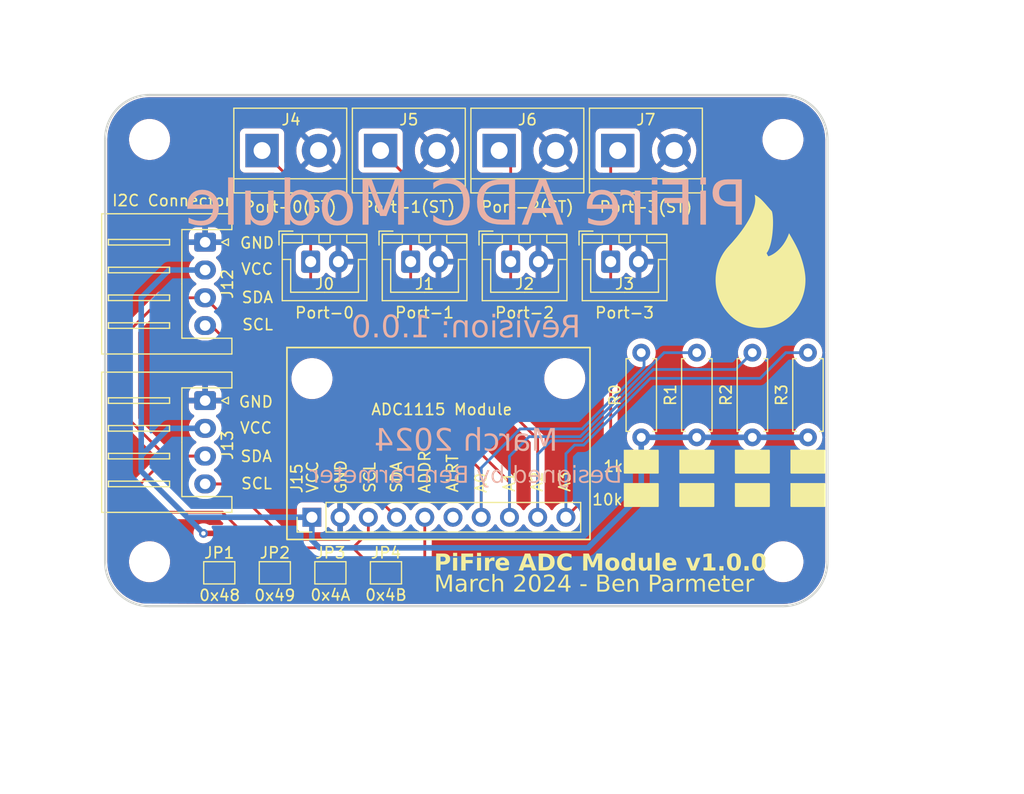
<source format=kicad_pcb>
(kicad_pcb (version 20240108) (generator "pcbnew") (generator_version "8.0")
  (layers (0 "F.Cu" signal) (31 "B.Cu" signal) (34 "B.Paste" user) (35 "F.Paste" user) (36 "B.SilkS" user "B.Silkscreen") (37 "F.SilkS" user "F.Silkscreen") (38 "B.Mask" user) (39 "F.Mask" user) (44 "Edge.Cuts" user))
  (net 0 "")
  (net 1 "A0")
  (net 2 "GND")
  (net 3 "A1")
  (net 4 "A2")
  (net 5 "A3")
  (net 6 "VCC")
  (net 7 "SDA")
  (net 8 "SCL")
  (net 9 "ADDR")
  (net 10 "ALERT")
  (footprint "MountingHole:MountingHole_3.2mm_M3" (layer "F.Cu") (at 91 72)
    (property "Reference" "H4" (hide yes))
    (property "Value" "MountingHole" (hide yes))
    (pad "" np_thru_hole circle (at 0 0) (size 3.2 3.2) (drill 3.2) (layers "*.Cu" "*.Mask"))
  )
  (footprint "Connector_JST:JST_XH_S4B-XH-A_1x04_P2.50mm_Horizontal" (layer "F.Cu") (at 39 43.25 -90)
    (property "Reference" "J12" (at 3.75 -2 90) (layer "F.SilkS"))
    (property "Value" "I2C Connector" (at -3.75 3 0) (layer "F.SilkS"))
    (pad "1" thru_hole roundrect (at 0 0 270) (size 1.7 1.95) (drill 0.95) (layers "*.Cu" "*.Mask") (roundrect_rratio 0.1470588235) (net 2 "GND"))
    (pad "2" thru_hole oval (at 2.5 0 270) (size 1.7 1.95) (drill 0.95) (layers "*.Cu" "*.Mask") (net 6 "VCC"))
    (pad "3" thru_hole oval (at 5 0 270) (size 1.7 1.95) (drill 0.95) (layers "*.Cu" "*.Mask") (net 7 "SDA"))
    (pad "4" thru_hole oval (at 7.5 0 270) (size 1.7 1.95) (drill 0.95) (layers "*.Cu" "*.Mask") (net 8 "SCL"))
  )
  (footprint "Connector_PinHeader_2.54mm:PinHeader_1x10_P2.54mm_Vertical" (layer "F.Cu") (at 48.608 68 90)
    (property "Reference" "J15" (at 3.5 -1.358 90) (layer "F.SilkS"))
    (property "Value" "ADC1115 Module" (at 9.7 11.692 0) (layer "F.SilkS"))
    (pad "1" thru_hole rect (at 0 0 90) (size 1.7 1.7) (drill 1) (layers "*.Cu" "*.Mask") (net 6 "VCC"))
    (pad "2" thru_hole oval (at 0 2.54 90) (size 1.7 1.7) (drill 1) (layers "*.Cu" "*.Mask") (net 2 "GND"))
    (pad "3" thru_hole oval (at 0 5.08 90) (size 1.7 1.7) (drill 1) (layers "*.Cu" "*.Mask") (net 8 "SCL"))
    (pad "4" thru_hole oval (at 0 7.62 90) (size 1.7 1.7) (drill 1) (layers "*.Cu" "*.Mask") (net 7 "SDA"))
    (pad "5" thru_hole oval (at 0 10.16 90) (size 1.7 1.7) (drill 1) (layers "*.Cu" "*.Mask") (net 9 "ADDR"))
    (pad "6" thru_hole oval (at 0 12.7 90) (size 1.7 1.7) (drill 1) (layers "*.Cu" "*.Mask") (net 10 "ALERT"))
    (pad "7" thru_hole oval (at 0 15.24 90) (size 1.7 1.7) (drill 1) (layers "*.Cu" "*.Mask") (net 1 "A0"))
    (pad "8" thru_hole oval (at 0 17.78 90) (size 1.7 1.7) (drill 1) (layers "*.Cu" "*.Mask") (net 3 "A1"))
    (pad "9" thru_hole oval (at 0 20.32 90) (size 1.7 1.7) (drill 1) (layers "*.Cu" "*.Mask") (net 4 "A2"))
    (pad "10" thru_hole oval (at 0 22.86 90) (size 1.7 1.7) (drill 1) (layers "*.Cu" "*.Mask") (net 5 "A3"))
  )
  (footprint "Resistor_THT:R_Axial_DIN0207_L6.3mm_D2.5mm_P7.62mm_Horizontal" (layer "F.Cu") (at 78.25 60.81 90)
    (property "Reference" "R0" (at 3.81 -2.37 90) (layer "F.SilkS"))
    (property "Value" "1k/10k" (hide yes))
    (pad "1" thru_hole circle (at 0 0 90) (size 1.6 1.6) (drill 0.8) (layers "*.Cu" "*.Mask") (net 6 "VCC"))
    (pad "2" thru_hole oval (at 7.62 0 90) (size 1.6 1.6) (drill 0.8) (layers "*.Cu" "*.Mask") (net 1 "A0"))
  )
  (footprint "TerminalBlock:TerminalBlock_bornier-2_P5.08mm" (layer "F.Cu") (at 76.128 35)
    (property "Reference" "J7" (at 2.54 -2.776 0) (layer "F.SilkS"))
    (property "Value" "Port-3(ST)" (at 2.54 5.08 0) (layer "F.SilkS"))
    (pad "1" thru_hole rect (at 0 0) (size 3 3) (drill 1.52) (layers "*.Cu" "*.Mask") (net 5 "A3"))
    (pad "2" thru_hole circle (at 5.08 0) (size 3 3) (drill 1.52) (layers "*.Cu" "*.Mask") (net 2 "GND"))
  )
  (footprint "Connector_JST:JST_XH_B2B-XH-A_1x02_P2.50mm_Vertical" (layer "F.Cu") (at 66.5 45)
    (property "Reference" "J2" (at 1.25 2 0) (layer "F.SilkS"))
    (property "Value" "Port-2" (at 1.25 4.6 0) (layer "F.SilkS"))
    (pad "1" thru_hole roundrect (at 0 0) (size 1.7 2) (drill 1) (layers "*.Cu" "*.Mask") (roundrect_rratio 0.1470588235) (net 4 "A2"))
    (pad "2" thru_hole oval (at 2.5 0) (size 1.7 2) (drill 1) (layers "*.Cu" "*.Mask") (net 2 "GND"))
  )
  (footprint "TerminalBlock:TerminalBlock_bornier-2_P5.08mm" (layer "F.Cu") (at 44.124 35)
    (property "Reference" "J4" (at 2.608 -2.776 0) (layer "F.SilkS"))
    (property "Value" "Port-0(ST)" (at 2.54 5.08 0) (layer "F.SilkS"))
    (pad "1" thru_hole rect (at 0 0) (size 3 3) (drill 1.52) (layers "*.Cu" "*.Mask") (net 1 "A0"))
    (pad "2" thru_hole circle (at 5.08 0) (size 3 3) (drill 1.52) (layers "*.Cu" "*.Mask") (net 2 "GND"))
  )
  (footprint "MountingHole:MountingHole_3.2mm_M3" (layer "F.Cu") (at 34 34)
    (property "Reference" "H1" (hide yes))
    (property "Value" "MountingHole" (hide yes))
    (pad "" np_thru_hole circle (at 0 0) (size 3.2 3.2) (drill 3.2) (layers "*.Cu" "*.Mask"))
  )
  (footprint "Jumper:SolderJumper-2_P1.3mm_Open_TrianglePad1.0x1.5mm" (layer "F.Cu") (at 45.275 73)
    (property "Reference" "JP2" (at 0 -1.8 0) (layer "F.SilkS"))
    (property "Value" "0x49" (at 0 2.032 0) (layer "F.SilkS"))
    (pad "1" smd custom (at -0.725 0) (size 0.3 0.3) (layers "F.Cu" "F.Mask") (net 6 "VCC") (options (clearance outline) (anchor rect)) (primitives (gr_poly (pts (xy 1 0) (xy 0.5 0.75) (xy -0.5 0.75) (xy -0.5 -0.75) (xy 0.5 -0.75)) (width 0) (fill yes))))
    (pad "2" smd custom (at 0.725 0) (size 0.3 0.3) (layers "F.Cu" "F.Mask") (net 9 "ADDR") (options (clearance outline) (anchor rect)) (primitives (gr_poly (pts (xy 0.5 0.75) (xy -0.65 0.75) (xy -0.15 0) (xy -0.65 -0.75) (xy 0.5 -0.75)) (width 0) (fill yes))))
  )
  (footprint "MountingHole:MountingHole_3.2mm_M3" (layer "F.Cu") (at 34 72)
    (property "Reference" "H3" (hide yes))
    (property "Value" "MountingHole" (hide yes))
    (pad "" np_thru_hole circle (at 0 0) (size 3.2 3.2) (drill 3.2) (layers "*.Cu" "*.Mask"))
  )
  (footprint "Jumper:SolderJumper-2_P1.3mm_Open_TrianglePad1.0x1.5mm" (layer "F.Cu") (at 40.275 73)
    (property "Reference" "JP1" (at 0 -1.8 0) (layer "F.SilkS"))
    (property "Value" "0x48" (at 0.037 2.026 0) (layer "F.SilkS"))
    (pad "1" smd custom (at -0.725 0) (size 0.3 0.3) (layers "F.Cu" "F.Mask") (net 2 "GND") (options (clearance outline) (anchor rect)) (primitives (gr_poly (pts (xy 1 0) (xy 0.5 0.75) (xy -0.5 0.75) (xy -0.5 -0.75) (xy 0.5 -0.75)) (width 0) (fill yes))))
    (pad "2" smd custom (at 0.725 0) (size 0.3 0.3) (layers "F.Cu" "F.Mask") (net 9 "ADDR") (options (clearance outline) (anchor rect)) (primitives (gr_poly (pts (xy 0.5 0.75) (xy -0.65 0.75) (xy -0.15 0) (xy -0.65 -0.75) (xy 0.5 -0.75)) (width 0) (fill yes))))
  )
  (footprint "TerminalBlock:TerminalBlock_bornier-2_P5.08mm" (layer "F.Cu") (at 65.46 35)
    (property "Reference" "J6" (at 2.54 -2.776 0) (layer "F.SilkS"))
    (property "Value" "Port-2(ST)" (at 2.54 5.08 0) (layer "F.SilkS"))
    (pad "1" thru_hole rect (at 0 0) (size 3 3) (drill 1.52) (layers "*.Cu" "*.Mask") (net 4 "A2"))
    (pad "2" thru_hole circle (at 5.08 0) (size 3 3) (drill 1.52) (layers "*.Cu" "*.Mask") (net 2 "GND"))
  )
  (footprint "Resistor_THT:R_Axial_DIN0207_L6.3mm_D2.5mm_P7.62mm_Horizontal" (layer "F.Cu") (at 88.25 60.81 90)
    (property "Reference" "R2" (at 3.81 -2.37 90) (layer "F.SilkS"))
    (property "Value" "1k/10k" (hide yes))
    (pad "1" thru_hole circle (at 0 0 90) (size 1.6 1.6) (drill 0.8) (layers "*.Cu" "*.Mask") (net 6 "VCC"))
    (pad "2" thru_hole oval (at 7.62 0 90) (size 1.6 1.6) (drill 0.8) (layers "*.Cu" "*.Mask") (net 4 "A2"))
  )
  (footprint "Connector_JST:JST_XH_B2B-XH-A_1x02_P2.50mm_Vertical" (layer "F.Cu") (at 57.5 45)
    (property "Reference" "J1" (at 1.25 2 0) (layer "F.SilkS"))
    (property "Value" "Port-1" (at 1.25 4.589 0) (layer "F.SilkS"))
    (pad "1" thru_hole roundrect (at 0 0) (size 1.7 2) (drill 1) (layers "*.Cu" "*.Mask") (roundrect_rratio 0.1470588235) (net 3 "A1"))
    (pad "2" thru_hole oval (at 2.5 0) (size 1.7 2) (drill 1) (layers "*.Cu" "*.Mask") (net 2 "GND"))
  )
  (footprint "Jumper:SolderJumper-2_P1.3mm_Open_TrianglePad1.0x1.5mm" (layer "F.Cu") (at 55.275 73)
    (property "Reference" "JP4" (at 0 -1.8 0) (layer "F.SilkS"))
    (property "Value" "0x4B" (at 0 2 0) (layer "F.SilkS"))
    (pad "1" smd custom (at -0.725 0) (size 0.3 0.3) (layers "F.Cu" "F.Mask") (net 8 "SCL") (options (clearance outline) (anchor rect)) (primitives (gr_poly (pts (xy 1 0) (xy 0.5 0.75) (xy -0.5 0.75) (xy -0.5 -0.75) (xy 0.5 -0.75)) (width 0) (fill yes))))
    (pad "2" smd custom (at 0.725 0) (size 0.3 0.3) (layers "F.Cu" "F.Mask") (net 9 "ADDR") (options (clearance outline) (anchor rect)) (primitives (gr_poly (pts (xy 0.5 0.75) (xy -0.65 0.75) (xy -0.15 0) (xy -0.65 -0.75) (xy 0.5 -0.75)) (width 0) (fill yes))))
  )
  (footprint "Jumper:SolderJumper-2_P1.3mm_Open_TrianglePad1.0x1.5mm" (layer "F.Cu") (at 50.275 73)
    (property "Reference" "JP3" (at 0 -1.8 0) (layer "F.SilkS"))
    (property "Value" "0x4A" (at 0 2 0) (layer "F.SilkS"))
    (pad "1" smd custom (at -0.725 0) (size 0.3 0.3) (layers "F.Cu" "F.Mask") (net 7 "SDA") (options (clearance outline) (anchor rect)) (primitives (gr_poly (pts (xy 1 0) (xy 0.5 0.75) (xy -0.5 0.75) (xy -0.5 -0.75) (xy 0.5 -0.75)) (width 0) (fill yes))))
    (pad "2" smd custom (at 0.725 0) (size 0.3 0.3) (layers "F.Cu" "F.Mask") (net 9 "ADDR") (options (clearance outline) (anchor rect)) (primitives (gr_poly (pts (xy 0.5 0.75) (xy -0.65 0.75) (xy -0.15 0) (xy -0.65 -0.75) (xy 0.5 -0.75)) (width 0) (fill yes))))
  )
  (footprint "Connector_JST:JST_XH_B2B-XH-A_1x02_P2.50mm_Vertical" (layer "F.Cu") (at 75.5 45)
    (property "Reference" "J3" (at 1.25 2 0) (layer "F.SilkS"))
    (property "Value" "Port-3" (at 1.25 4.6 0) (layer "F.SilkS"))
    (pad "1" thru_hole roundrect (at 0 0) (size 1.7 2) (drill 1) (layers "*.Cu" "*.Mask") (roundrect_rratio 0.1470588235) (net 5 "A3"))
    (pad "2" thru_hole oval (at 2.5 0) (size 1.7 2) (drill 1) (layers "*.Cu" "*.Mask") (net 2 "GND"))
  )
  (footprint "Connector_JST:JST_XH_B2B-XH-A_1x02_P2.50mm_Vertical" (layer "F.Cu") (at 48.5 45)
    (property "Reference" "J0" (at 1.25 2 0) (layer "F.SilkS"))
    (property "Value" "Port-0" (at 1.25 4.6 0) (layer "F.SilkS"))
    (pad "1" thru_hole roundrect (at 0 0) (size 1.7 2) (drill 1) (layers "*.Cu" "*.Mask") (roundrect_rratio 0.1470588235) (net 1 "A0"))
    (pad "2" thru_hole oval (at 2.5 0) (size 1.7 2) (drill 1) (layers "*.Cu" "*.Mask") (net 2 "GND"))
  )
  (footprint "Connector_JST:JST_XH_S4B-XH-A_1x04_P2.50mm_Horizontal" (layer "F.Cu") (at 39 57.5 -90)
    (property "Reference" "J13" (at 4 -2 90) (layer "F.SilkS"))
    (property "Value" "I2C Connector" (hide yes))
    (pad "1" thru_hole roundrect (at 0 0 270) (size 1.7 1.95) (drill 0.95) (layers "*.Cu" "*.Mask") (roundrect_rratio 0.1470588235) (net 2 "GND"))
    (pad "2" thru_hole oval (at 2.5 0 270) (size 1.7 1.95) (drill 0.95) (layers "*.Cu" "*.Mask") (net 6 "VCC"))
    (pad "3" thru_hole oval (at 5 0 270) (size 1.7 1.95) (drill 0.95) (layers "*.Cu" "*.Mask") (net 7 "SDA"))
    (pad "4" thru_hole oval (at 7.5 0 270) (size 1.7 1.95) (drill 0.95) (layers "*.Cu" "*.Mask") (net 8 "SCL"))
  )
  (footprint "Resistor_THT:R_Axial_DIN0207_L6.3mm_D2.5mm_P7.62mm_Horizontal" (layer "F.Cu") (at 83.25 60.81 90)
    (property "Reference" "R1" (at 3.81 -2.37 90) (layer "F.SilkS"))
    (property "Value" "1k/10k" (hide yes))
    (pad "1" thru_hole circle (at 0 0 90) (size 1.6 1.6) (drill 0.8) (layers "*.Cu" "*.Mask") (net 6 "VCC"))
    (pad "2" thru_hole oval (at 7.62 0 90) (size 1.6 1.6) (drill 0.8) (layers "*.Cu" "*.Mask") (net 3 "A1"))
  )
  (footprint "MountingHole:MountingHole_3.2mm_M3" (layer "F.Cu") (at 91 34)
    (property "Reference" "H2" (hide yes))
    (property "Value" "MountingHole" (hide yes))
    (pad "" np_thru_hole circle (at 0 0) (size 3.2 3.2) (drill 3.2) (layers "*.Cu" "*.Mask"))
  )
  (footprint "MountingHole:MountingHole_3.2mm_M3" (layer "F.Cu") (at 71.364 55.522 90)
    (property "Reference" "H6" (hide yes))
    (property "Value" "MountingHole" (hide yes))
    (pad "" np_thru_hole circle (at 0 0 90) (size 3.2 3.2) (drill 3.2) (layers "*.Cu" "*.Mask"))
  )
  (footprint "TerminalBlock:TerminalBlock_bornier-2_P5.08mm" (layer "F.Cu") (at 54.792 35)
    (property "Reference" "J5" (at 2.54 -2.776 0) (layer "F.SilkS"))
    (property "Value" "Port-1(ST)" (at 2.54 5.08 0) (layer "F.SilkS"))
    (pad "1" thru_hole rect (at 0 0) (size 3 3) (drill 1.52) (layers "*.Cu" "*.Mask") (net 3 "A1"))
    (pad "2" thru_hole circle (at 5.08 0) (size 3 3) (drill 1.52) (layers "*.Cu" "*.Mask") (net 2 "GND"))
  )
  (footprint "MountingHole:MountingHole_3.2mm_M3" (layer "F.Cu") (at 48.616 55.522 90)
    (property "Reference" "H5" (hide yes))
    (property "Value" "MountingHole" (hide yes))
    (pad "" np_thru_hole circle (at 0 0 90) (size 3.2 3.2) (drill 3.2) (layers "*.Cu" "*.Mask"))
  )
  (footprint "Resistor_THT:R_Axial_DIN0207_L6.3mm_D2.5mm_P7.62mm_Horizontal" (layer "F.Cu") (at 93.25 60.81 90)
    (property "Reference" "R3" (at 3.81 -2.37 90) (layer "F.SilkS"))
    (property "Value" "1k/10k" (hide yes))
    (pad "1" thru_hole circle (at 0 0 90) (size 1.6 1.6) (drill 0.8) (layers "*.Cu" "*.Mask") (net 6 "VCC"))
    (pad "2" thru_hole oval (at 7.62 0 90) (size 1.6 1.6) (drill 0.8) (layers "*.Cu" "*.Mask") (net 5 "A3"))
  )
  (gr_rect (start 93.75 64) (end 93.75 64) (stroke (width 0.15)) (fill none) (layer "F.SilkS"))
  (gr_rect (start 91.75 65) (end 94.75 67) (stroke (width 0.15)) (fill solid) (layer "F.SilkS"))
  (gr_poly (pts (xy 88.5 39) (xy 88.55151 39.027136) (xy 88.653 39.087707) (xy 88.752664 39.156116) (xy 88.850758 39.231699) (xy 88.947539 39.313788) (xy 89.043262 39.401717) (xy 89.138184 39.494818) (xy 89.232561 39.592425) (xy 89.32665 39.693871) (xy 89.420707 39.798489) (xy 89.609752 40.014575) (xy 89.801745 40.235348) (xy 89.998737 40.455475) (xy 90.037442 40.58588) (xy 90.068205 40.758891) (xy 90.090679 40.968498) (xy 90.104521 41.208693) (xy 90.109385 41.473467) (xy 90.104926 41.756811) (xy 90.0908 42.052716) (xy 90.066661 42.355174) (xy 90.032166 42.658175) (xy 89.986969 42.955712) (xy 89.930725 43.241774) (xy 89.863089 43.510354) (xy 89.783717 43.755443) (xy 89.692264 43.971031) (xy 89.641899 44.065885) (xy 89.588385 44.151111) (xy 89.531678 44.225957) (xy 89.471735 44.289673) (xy 89.422296 44.340558) (xy 89.387039 44.386326) (xy 89.365282 44.426785) (xy 89.356345 44.461746) (xy 89.359549 44.491017) (xy 89.374211 44.51441) (xy 89.399652 44.531732) (xy 89.435192 44.542795) (xy 89.480149 44.547407) (xy 89.533844 44.545379) (xy 89.595595 44.53652) (xy 89.664723 44.520639) (xy 89.740546 44.497547) (xy 89.822385 44.467053) (xy 89.909558 44.428967) (xy 90.001386 44.383099) (xy 90.097188 44.329257) (xy 90.196283 44.267253) (xy 90.297991 44.196894) (xy 90.401631 44.117992) (xy 90.506523 44.030356) (xy 90.611986 43.933796) (xy 90.717341 43.82812) (xy 90.821905 43.71314) (xy 90.925 43.588664) (xy 91.025944 43.454502) (xy 91.124057 43.310464) (xy 91.218658 43.15636) (xy 91.309067 42.991999) (xy 91.394604 42.817191) (xy 91.474587 42.631746) (xy 91.548337 42.435473) (xy 91.863406 42.981762) (xy 92.012182 43.247598) (xy 92.153687 43.511474) (xy 92.286849 43.775576) (xy 92.410593 44.042086) (xy 92.468599 44.176928) (xy 92.523847 44.313191) (xy 92.576205 44.451148) (xy 92.625537 44.591073) (xy 92.71594 44.871059) (xy 92.795748 45.146533) (xy 92.864514 45.416546) (xy 92.921785 45.680149) (xy 92.967113 45.936392) (xy 93.000048 46.184327) (xy 93.011726 46.304882) (xy 93.020138 46.423004) (xy 93.025226 46.538574) (xy 93.026935 46.651474) (xy 93.021672 46.873215) (xy 93.006054 47.092045) (xy 92.980333 47.307693) (xy 92.944765 47.519889) (xy 92.899603 47.728362) (xy 92.845102 47.93284) (xy 92.781515 48.133055) (xy 92.709098 48.328733) (xy 92.628103 48.519606) (xy 92.538786 48.705401) (xy 92.4414 48.885849) (xy 92.336199 49.060679) (xy 92.223438 49.229619) (xy 92.103371 49.3924) (xy 91.976252 49.54875) (xy 91.842335 49.698399) (xy 91.701874 49.841075) (xy 91.555124 49.976509) (xy 91.402338 50.104429) (xy 91.243771 50.224565) (xy 91.079677 50.336646) (xy 90.910309 50.440401) (xy 90.735923 50.53556) (xy 90.556772 50.621852) (xy 90.373111 50.699005) (xy 90.185193 50.76675) (xy 89.993273 50.824815) (xy 89.797605 50.87293) (xy 89.598443 50.910824) (xy 89.396041 50.938227) (xy 89.190654 50.954867) (xy 88.982535 50.960473) (xy 88.774416 50.954867) (xy 88.569029 50.938227) (xy 88.366627 50.910824) (xy 88.167465 50.87293) (xy 87.971797 50.824815) (xy 87.779877 50.76675) (xy 87.591959 50.699005) (xy 87.408298 50.621852) (xy 87.229147 50.53556) (xy 87.054761 50.440401) (xy 86.885394 50.336646) (xy 86.7213 50.224565) (xy 86.562733 50.104429) (xy 86.409947 49.976509) (xy 86.263197 49.841075) (xy 86.122736 49.698399) (xy 85.988819 49.54875) (xy 85.8617 49.3924) (xy 85.741633 49.229619) (xy 85.628872 49.060679) (xy 85.523672 48.885849) (xy 85.426286 48.705401) (xy 85.336968 48.519606) (xy 85.255974 48.328733) (xy 85.183556 48.133055) (xy 85.11997 47.93284) (xy 85.065469 47.728362) (xy 85.020307 47.519889) (xy 84.984739 47.307693) (xy 84.959018 47.092045) (xy 84.943399 46.873215) (xy 84.938137 46.651474) (xy 84.9434 46.429751) (xy 84.959022 46.210938) (xy 84.984747 45.995305) (xy 85.020321 45.783124) (xy 85.065489 45.574664) (xy 85.119996 45.370197) (xy 85.183589 45.169994) (xy 85.256011 44.974324) (xy 85.33701 44.783459) (xy 85.42633 44.59767) (xy 85.523716 44.417226) (xy 85.628914 44.2424) (xy 85.74167 44.073461) (xy 85.861729 43.91068) (xy 85.988835 43.754328) (xy 86.122736 43.604675) (xy 86.450529 43.244342) (xy 86.855723 42.76655) (xy 87.073593 42.492211) (xy 87.294311 42.198832) (xy 87.512375 41.889856) (xy 87.722286 41.568724) (xy 87.918542 41.238878) (xy 88.095642 40.90376) (xy 88.17529 40.735299) (xy 88.248087 40.566811) (xy 88.313344 40.398726) (xy 88.370374 40.231474) (xy 88.41849 40.065485) (xy 88.457003 39.901189) (xy 88.485227 39.739018) (xy 88.502474 39.5794) (xy 88.508056 39.422766) (xy 88.501286 39.269547) (xy 88.481475 39.120173) (xy 88.447937 38.975073)) (fill solid) (layer "F.SilkS"))
  (gr_rect (start 91.75 62) (end 94.75 64) (stroke (width 0.15)) (fill solid) (layer "F.SilkS"))
  (gr_rect (start 76.75 65) (end 79.75 67) (stroke (width 0.15)) (fill solid) (layer "F.SilkS"))
  (gr_rect (start 81.75 62) (end 84.75 64) (stroke (width 0.15)) (fill solid) (layer "F.SilkS"))
  (gr_rect (start 46.364 52.728) (end 73.636 70) (stroke (width 0.15)) (fill none) (layer "F.SilkS"))
  (gr_rect (start 86.75 62) (end 89.75 64) (stroke (width 0.15)) (fill solid) (layer "F.SilkS"))
  (gr_rect (start 81.75 65) (end 84.75 67) (stroke (width 0.15)) (fill solid) (layer "F.SilkS"))
  (gr_rect (start 76.75 62) (end 79.75 64) (stroke (width 0.15)) (fill solid) (layer "F.SilkS"))
  (gr_rect (start 93.75 64) (end 93.75 64) (stroke (width 0.15)) (fill none) (layer "F.SilkS"))
  (gr_rect (start 86.75 65) (end 89.75 67) (stroke (width 0.15)) (fill solid) (layer "F.SilkS"))
  (gr_poly (pts (xy 89.339332 43.254615) (xy 89.325155 43.350706) (xy 89.320311 43.449269) (xy 89.324309 43.550028) (xy 89.336657 43.652706) (xy 89.356862 43.757026) (xy 89.384433 43.862712) (xy 89.418878 43.969486) (xy 89.459703 44.077073) (xy 89.506417 44.185195) (xy 89.558529 44.293575) (xy 89.615544 44.401938) (xy 89.742322 44.617502) (xy 89.882812 44.829674) (xy 90.033078 45.036239) (xy 90.189183 45.234985) (xy 90.347188 45.423696) (xy 90.503159 45.600161) (xy 90.653156 45.762164) (xy 90.793242 45.907493) (xy 91.027936 46.139273) (xy 91.123779 46.235502) (xy 91.214762 46.336046) (xy 91.300701 46.440731) (xy 91.381415 46.549382) (xy 91.45672 46.661825) (xy 91.526435 46.777883) (xy 91.590376 46.897382) (xy 91.648362 47.020148) (xy 91.700209 47.146005) (xy 91.745736 47.274779) (xy 91.784759 47.406294) (xy 91.817096 47.540376) (xy 91.842565 47.67685) (xy 91.860984 47.815541) (xy 91.872168 47.956274) (xy 91.875937 48.098874) (xy 91.87217 48.241508) (xy 91.86099 48.382268) (xy 91.842579 48.520982) (xy 91.817118 48.657473) (xy 91.78479 48.791569) (xy 91.745777 48.923096) (xy 91.70026 49.051878) (xy 91.648421 49.177743) (xy 91.590443 49.300516) (xy 91.526507 49.420022) (xy 91.456795 49.536089) (xy 91.381489 49.648541) (xy 91.300771 49.757204) (xy 91.214822 49.861906) (xy 91.123825 49.96247) (xy 91.027962 50.058724) (xy 90.927414 50.150494) (xy 90.822363 50.237604) (xy 90.712992 50.319881) (xy 90.599481 50.397152) (xy 90.482014 50.469241) (xy 90.360771 50.535975) (xy 90.235936 50.597179) (xy 90.107689 50.65268) (xy 89.976213 50.702304) (xy 89.841689 50.745876) (xy 89.704299 50.783222) (xy 89.564226 50.814169) (xy 89.421651 50.838541) (xy 89.276756 50.856165) (xy 89.129724 50.866868) (xy 88.980735 50.870474) (xy 88.831764 50.866868) (xy 88.684749 50.856165) (xy 88.53987 50.838541) (xy 88.39731 50.814169) (xy 88.257251 50.783222) (xy 88.119875 50.745876) (xy 87.985363 50.702304) (xy 87.853898 50.65268) (xy 87.725662 50.597179) (xy 87.600836 50.535975) (xy 87.479602 50.469241) (xy 87.362142 50.397152) (xy 87.248639 50.319881) (xy 87.139274 50.237604) (xy 87.034229 50.150494) (xy 86.933686 50.058724) (xy 86.837827 49.96247) (xy 86.746834 49.861906) (xy 86.660889 49.757204) (xy 86.580174 49.648541) (xy 86.50487 49.536089) (xy 86.43516 49.420022) (xy 86.371226 49.300516) (xy 86.313249 49.177743) (xy 86.261411 49.051878) (xy 86.215895 48.923096) (xy 86.176883 48.791569) (xy 86.144555 48.657473) (xy 86.119095 48.520982) (xy 86.100684 48.382268) (xy 86.089503 48.241508) (xy 86.085736 48.098874) (xy 86.086958 48.026254) (xy 86.090596 47.951919) (xy 86.09661 47.875945) (xy 86.104961 47.798409) (xy 86.11561 47.719385) (xy 86.128515 47.63895) (xy 86.143637 47.55718) (xy 86.160937 47.47415) (xy 86.201909 47.304615) (xy 86.251112 47.130953) (xy 86.308228 46.953771) (xy 86.372937 46.773675) (xy 86.408253 46.683657) (xy 86.445736 46.594911) (xy 86.485291 46.50726) (xy 86.52682 46.420528) (xy 86.570228 46.334537) (xy 86.615419 46.249111) (xy 86.71076 46.079249) (xy 86.812074 45.909528) (xy 86.918588 45.738534) (xy 87.144135 45.387076) (xy 87.196911 45.513321) (xy 87.25415 45.632603) (xy 87.315367 45.745044) (xy 87.380073 45.850765) (xy 87.447781 45.949889) (xy 87.518005 46.042539) (xy 87.590256 46.128837) (xy 87.664048 46.208906) (xy 87.738894 46.282867) (xy 87.814306 46.350844) (xy 87.889797 46.412958) (xy 87.96488 46.469331) (xy 88.039067 46.520088) (xy 88.111872 46.565349) (xy 88.182807 46.605237) (xy 88.251386 46.639874) (xy 88.31712 46.669384) (xy 88.379523 46.693888) (xy 88.438107 46.713508) (xy 88.492386 46.728367) (xy 88.541871 46.738588) (xy 88.586077 46.744293) (xy 88.624515 46.745604) (xy 88.656698 46.742643) (xy 88.68214 46.735533) (xy 88.700352 46.724397) (xy 88.710849 46.709356) (xy 88.713142 46.690534) (xy 88.706744 46.668052) (xy 88.691169 46.642033) (xy 88.665929 46.612599) (xy 88.630536 46.579873) (xy 88.587624 46.538877) (xy 88.547029 46.490724) (xy 88.508721 46.435895) (xy 88.472669 46.374875) (xy 88.438841 46.308147) (xy 88.407207 46.236192) (xy 88.350396 46.078539) (xy 88.301988 45.905779) (xy 88.261737 45.721776) (xy 88.229394 45.530394) (xy 88.204711 45.335498) (xy 88.187442 45.140951) (xy 88.177339 44.950617) (xy 88.174154 44.76836) (xy 88.177639 44.598045) (xy 88.187548 44.443534) (xy 88.203632 44.308693) (xy 88.225644 44.197385) (xy 88.253336 44.113473) (xy 88.394374 43.971939) (xy 88.53182 43.829973) (xy 88.667142 43.691007) (xy 88.734466 43.623722) (xy 88.801811 43.558473) (xy 88.869359 43.49569) (xy 88.937295 43.435801) (xy 89.005802 43.379236) (xy 89.075064 43.326423) (xy 89.145265 43.277791) (xy 89.216588 43.23377) (xy 89.289217 43.194787) (xy 89.326079 43.17732) (xy 89.363336 43.161273)) (fill solid) (layer "F.SilkS"))
  (gr_poly (pts (xy 89.226401 48.493003) (xy 89.446132 48.509226) (xy 89.658214 48.535607) (xy 89.861535 48.571608) (xy 90.054983 48.616691) (xy 90.237445 48.670317) (xy 90.407809 48.731948) (xy 90.564963 48.801047) (xy 90.707794 48.877074) (xy 90.83519 48.959493) (xy 90.946038 49.047764) (xy 91.039227 49.141349) (xy 91.078851 49.189967) (xy 91.113643 49.239711) (xy 91.143464 49.290515) (xy 91.168175 49.342312) (xy 91.187636 49.395033) (xy 91.20171 49.448612) (xy 91.210255 49.502982) (xy 91.213135 49.558075) (xy 91.210255 49.613168) (xy 91.20171 49.667537) (xy 91.187636 49.721116) (xy 91.168175 49.773838) (xy 91.143464 49.825634) (xy 91.113643 49.876438) (xy 91.078851 49.926182) (xy 91.039227 49.9748) (xy 90.994909 50.022223) (xy 90.946038 50.068386) (xy 90.892752 50.113219) (xy 90.83519 50.156657) (xy 90.773491 50.198631) (xy 90.707794 50.239075) (xy 90.638238 50.277921) (xy 90.564963 50.315102) (xy 90.488107 50.350551) (xy 90.407809 50.384201) (xy 90.324209 50.415984) (xy 90.237445 50.445832) (xy 90.147656 50.47368) (xy 90.054983 50.499458) (xy 89.959562 50.523101) (xy 89.861535 50.544541) (xy 89.761039 50.56371) (xy 89.658214 50.580542) (xy 89.553198 50.594969) (xy 89.446132 50.606923) (xy 89.337153 50.616338) (xy 89.226401 50.623147) (xy 89.114015 50.627281) (xy 89.000135 50.628674) (xy 88.773868 50.623147) (xy 88.554137 50.606923) (xy 88.342055 50.580542) (xy 88.138734 50.544541) (xy 87.945287 50.499458) (xy 87.762824 50.445832) (xy 87.59246 50.384201) (xy 87.435306 50.315102) (xy 87.292475 50.239075) (xy 87.165079 50.156657) (xy 87.054231 50.068386) (xy 86.961042 49.9748) (xy 86.921418 49.926182) (xy 86.886626 49.876438) (xy 86.856805 49.825634) (xy 86.832094 49.773838) (xy 86.812633 49.721116) (xy 86.79856 49.667537) (xy 86.790014 49.613168) (xy 86.787134 49.558075) (xy 86.790014 49.502982) (xy 86.79856 49.448612) (xy 86.812633 49.395033) (xy 86.832094 49.342312) (xy 86.856805 49.290515) (xy 86.886626 49.239711) (xy 86.921418 49.189967) (xy 86.961042 49.141349) (xy 87.00536 49.093926) (xy 87.054231 49.047764) (xy 87.107517 49.00293) (xy 87.165079 48.959493) (xy 87.226779 48.917518) (xy 87.292475 48.877074) (xy 87.362031 48.838228) (xy 87.435306 48.801047) (xy 87.512162 48.765598) (xy 87.59246 48.731948) (xy 87.676061 48.700166) (xy 87.762824 48.670317) (xy 87.852613 48.64247) (xy 87.945287 48.616691) (xy 88.040707 48.593048) (xy 88.138734 48.571608) (xy 88.23923 48.552439) (xy 88.342055 48.535607) (xy 88.447071 48.521181) (xy 88.554137 48.509226) (xy 88.663116 48.499811) (xy 88.773868 48.493003) (xy 88.886254 48.488868) (xy 89.000135 48.487475)) (stroke (width 0) (color 255 255 255 1)) (fill solid) (layer "F.SilkS"))
  (gr_rect (start 93.75 64) (end 93.75 64) (stroke (width 0.15)) (fill none) (layer "F.SilkS"))
  (gr_arc (start 95 72) (mid 93.828427 74.828427) (end 91 76) (stroke (width 0.2)) (layer "Edge.Cuts"))
  (gr_line (start 30 72) (end 30 34) (stroke (width 0.2)) (layer "Edge.Cuts"))
  (gr_line (start 91 76) (end 34 76) (stroke (width 0.2)) (layer "Edge.Cuts"))
  (gr_line (start 34 30) (end 91 30) (stroke (width 0.2)) (layer "Edge.Cuts"))
  (gr_arc (start 34 76) (mid 31.171573 74.828427) (end 30 72) (stroke (width 0.2)) (layer "Edge.Cuts"))
  (gr_arc (start 30 34) (mid 31.171573 31.171573) (end 34 30) (stroke (width 0.2)) (layer "Edge.Cuts"))
  (gr_line (start 95 34) (end 95 72) (stroke (width 0.2)) (layer "Edge.Cuts"))
  (gr_arc (start 91 30) (mid 93.828427 31.171573) (end 95 34) (stroke (width 0.2)) (layer "Edge.Cuts"))
  (gr_text "PiFire ADC Module" (at 87.85 42.35 0) (layer "B.SilkS") (effects (font (size 4 4)) (justify left bottom mirror)))
  (gr_text "Designed by Ben Parmeter" (at 76.528367 65.15 0) (layer "B.SilkS") (effects (font (size 1.5 1.5)) (justify left bottom mirror)))
  (gr_text "March 2024" (at 70.746162 62.35 0) (layer "B.SilkS") (effects (font (size 2 2)) (justify left bottom mirror)))
  (gr_text "Revision: 1.0.0" (at 72.798779 52.15 0) (layer "B.SilkS") (effects (font (size 2 2)) (justify left bottom mirror)))
  (gr_text "ALRT" (at 61.85 65.85 90) (layer "F.SilkS") (effects (font (size 1 1)) (justify left bottom)))
  (gr_text "GND" (at 41.95 58.2 0) (layer "F.SilkS") (effects (font (size 1 1)) (justify left bottom)))
  (gr_text "SDA" (at 42.2 48.8 0) (layer "F.SilkS") (effects (font (size 1 1)) (justify left bottom)))
  (gr_text "GND" (at 42.05 43.9 0) (layer "F.SilkS") (effects (font (size 1 1)) (justify left bottom)))
  (gr_text "10k" (at 73.75 67 0) (layer "F.SilkS") (effects (font (size 1 1)) (justify left bottom)))
  (gr_text "ADDR" (at 59.35 65.95 90) (layer "F.SilkS") (effects (font (size 1 1)) (justify left bottom)))
  (gr_text "SCL" (at 42.25 51.25 0) (layer "F.SilkS") (effects (font (size 1 1)) (justify left bottom)))
  (gr_text "VCC" (at 49.25 65.9 90) (layer "F.SilkS") (effects (font (size 1 1)) (justify left bottom)))
  (gr_text "A3" (at 71.95 65.8 90) (layer "F.SilkS") (effects (font (size 1 1)) (justify left bottom)))
  (gr_text "March 2024 - Ben Parmeter" (at 59.6 74.95 0) (layer "F.SilkS") (effects (font (size 1.5 1.5) (thickness 0.1875)) (justify left bottom)))
  (gr_text "SCL" (at 42.15 65.55 0) (layer "F.SilkS") (effects (font (size 1 1)) (justify left bottom)))
  (gr_text "SDA" (at 56.8 65.9 90) (layer "F.SilkS") (effects (font (size 1 1)) (justify left bottom)))
  (gr_text "SDA" (at 42.1 63.1 0) (layer "F.SilkS") (effects (font (size 1 1)) (justify left bottom)))
  (gr_text "A2" (at 69.45 65.8 90) (layer "F.SilkS") (effects (font (size 1 1)) (justify left bottom)))
  (gr_text "1k" (at 74.75 64 0) (layer "F.SilkS") (effects (font (size 1 1)) (justify left bottom)))
  (gr_text "A0" (at 64.4 65.9 90) (layer "F.SilkS") (effects (font (size 1 1)) (justify left bottom)))
  (gr_text "SCL" (at 54.4 65.9 90) (layer "F.SilkS") (effects (font (size 1 1)) (justify left bottom)))
  (gr_text "A1" (at 66.95 65.8 90) (layer "F.SilkS") (effects (font (size 1 1)) (justify left bottom)))
  (gr_text "VCC" (at 42.05 60.55 0) (layer "F.SilkS") (effects (font (size 1 1)) (justify left bottom)))
  (gr_text "GND" (at 51.8 66 90) (layer "F.SilkS") (effects (font (size 1 1)) (justify left bottom)))
  (gr_text "VCC" (at 42.15 46.25 0) (layer "F.SilkS") (effects (font (size 1 1)) (justify left bottom)))
  (gr_text "PiFire ADC Module v1.0.0" (at 59.6 73.05 0) (layer "F.SilkS") (effects (font (size 1.5 1.5) (thickness 0.3) (bold yes)) (justify left bottom)))
  (segment (start 53.9 55) (end 48.5 49.6) (width 0.25) (layer "F.Cu") (net 1))
  (segment (start 60.75 60.7) (end 58.2 60.7) (width 0.25) (layer "F.Cu") (net 1))
  (segment (start 53.9 56.4) (end 53.9 55) (width 0.25) (layer "F.Cu") (net 1))
  (segment (start 48.5 45) (end 48.5 39.376) (width 0.25) (layer "F.Cu") (net 1))
  (segment (start 48.5 39.376) (end 44.124 35) (width 0.25) (layer "F.Cu") (net 1))
  (segment (start 48.5 49.6) (end 48.5 45) (width 0.25) (layer "F.Cu") (net 1))
  (segment (start 58.2 60.7) (end 53.9 56.4) (width 0.25) (layer "F.Cu") (net 1))
  (segment (start 63.848 63.798) (end 60.75 60.7) (width 0.25) (layer "F.Cu") (net 1))
  (segment (start 63.848 68) (end 63.848 63.798) (width 0.25) (layer "F.Cu") (net 1))
  (segment (start 67.35 60.05) (end 63.848 63.552) (width 0.25) (layer "B.Cu") (net 1))
  (segment (start 72.916842 60.05) (end 67.35 60.05) (width 0.25) (layer "B.Cu") (net 1))
  (segment (start 78.5 53.19) (end 78.5 54.466842) (width 0.25) (layer "B.Cu") (net 1))
  (segment (start 63.848 63.552) (end 63.848 68) (width 0.25) (layer "B.Cu") (net 1))
  (segment (start 78.5 54.466842) (end 72.916842 60.05) (width 0.25) (layer "B.Cu") (net 1))
  (segment (start 37.15 43.25) (end 30.6 49.8) (width 0.25) (layer "F.Cu") (net 2))
  (segment (start 30.6 64.55) (end 39.05 73) (width 0.25) (layer "F.Cu") (net 2))
  (segment (start 30.6 49.8) (end 30.6 64.55) (width 0.25) (layer "F.Cu") (net 2))
  (segment (start 39.05 73) (end 39.55 73) (width 0.25) (layer "F.Cu") (net 2))
  (segment (start 39 43.25) (end 37.15 43.25) (width 0.25) (layer "F.Cu") (net 2))
  (segment (start 66.388 64.838) (end 57.5 55.95) (width 0.25) (layer "F.Cu") (net 3))
  (segment (start 57.5 45) (end 57.5 37.708) (width 0.25) (layer "F.Cu") (net 3))
  (segment (start 57.5 37.708) (end 54.792 35) (width 0.25) (layer "F.Cu") (net 3))
  (segment (start 57.5 55.95) (end 57.5 45) (width 0.25) (layer "F.Cu") (net 3))
  (segment (start 66.388 68) (end 66.388 64.838) (width 0.25) (layer "F.Cu") (net 3))
  (segment (start 83.25 53.19) (end 80.31 53.19) (width 0.25) (layer "B.Cu") (net 3))
  (segment (start 80.31 53.19) (end 72.75 60.75) (width 0.25) (layer "B.Cu") (net 3))
  (segment (start 66.388 62.512) (end 66.388 68) (width 0.25) (layer "B.Cu") (net 3))
  (segment (start 68.15 60.75) (end 66.388 62.512) (width 0.25) (layer "B.Cu") (net 3))
  (segment (start 72.75 60.75) (end 68.15 60.75) (width 0.25) (layer "B.Cu") (net 3))
  (segment (start 66.5 36.04) (end 65.46 35) (width 0.25) (layer "F.Cu") (net 4))
  (segment (start 68.928 68) (end 68.928 60.978) (width 0.25) (layer "F.Cu") (net 4))
  (segment (start 66.5 58.55) (end 66.5 45) (width 0.25) (layer "F.Cu") (net 4))
  (segment (start 66.5 45) (end 66.5 36.04) (width 0.25) (layer "F.Cu") (net 4))
  (segment (start 68.928 60.978) (end 66.5 58.55) (width 0.25) (layer "F.Cu") (net 4))
  (segment (start 68.928 62.322) (end 68.928 68) (width 0.25) (layer "B.Cu") (net 4))
  (segment (start 86.74 54.7) (end 79.333158 54.7) (width 0.25) (layer "B.Cu") (net 4))
  (segment (start 72.906158 61.127) (end 70.123 61.127) (width 0.25) (layer "B.Cu") (net 4))
  (segment (start 88.25 53.19) (end 86.74 54.7) (width 0.25) (layer "B.Cu") (net 4))
  (segment (start 79.333158 54.7) (end 72.906158 61.127) (width 0.25) (layer "B.Cu") (net 4))
  (segment (start 70.123 61.127) (end 68.928 62.322) (width 0.25) (layer "B.Cu") (net 4))
  (segment (start 71.468 68) (end 75.5 63.968) (width 0.25) (layer "F.Cu") (net 5))
  (segment (start 75.5 63.968) (end 75.5 45) (width 0.25) (layer "F.Cu") (net 5))
  (segment (start 75.5 35.628) (end 76.128 35) (width 0.25) (layer "F.Cu") (net 5))
  (segment (start 75.5 45) (end 75.5 35.628) (width 0.25) (layer "F.Cu") (net 5))
  (segment (start 79.066316 55.5) (end 73.062316 61.504) (width 0.25) (layer "B.Cu") (net 5))
  (segment (start 72.246 61.504) (end 71.468 62.282) (width 0.25) (layer "B.Cu") (net 5))
  (segment (start 73.062316 61.504) (end 72.246 61.504) (width 0.25) (layer "B.Cu") (net 5))
  (segment (start 91.26 53.19) (end 88.95 55.5) (width 0.25) (layer "B.Cu") (net 5))
  (segment (start 93.25 53.19) (end 91.26 53.19) (width 0.25) (layer "B.Cu") (net 5))
  (segment (start 71.468 62.282) (end 71.468 68) (width 0.25) (layer "B.Cu") (net 5))
  (segment (start 88.95 55.5) (end 79.066316 55.5) (width 0.25) (layer "B.Cu") (net 5))
  (segment (start 38.85 69.45) (end 41 69.45) (width 0.5) (layer "F.Cu") (net 6))
  (segment (start 41 69.45) (end 44.55 73) (width 0.5) (layer "F.Cu") (net 6))
  (via (at 38.85 69.45) (size 0.8) (drill 0.4) (layers "F.Cu" "B.Cu") (net 6))
  (segment (start 78.25 60.81) (end 83.25 60.81) (width 0.5) (layer "B.Cu") (net 6))
  (segment (start 78.25 65.95) (end 78.25 65.7) (width 0.5) (layer "B.Cu") (net 6))
  (segment (start 37.4 68) (end 48.608 68) (width 0.5) (layer "B.Cu") (net 6))
  (segment (start 88.25 60.81) (end 93.25 60.81) (width 0.5) (layer "B.Cu") (net 6))
  (segment (start 83.25 60.81) (end 88.25 60.81) (width 0.5) (layer "B.Cu") (net 6))
  (segment (start 49.3 70.75) (end 73.45 70.75) (width 0.5) (layer "B.Cu") (net 6))
  (segment (start 33.25 62.45) (end 33.25 63.85) (width 0.5) (layer "B.Cu") (net 6))
  (segment (start 78.25 65.7) (end 78.25 60.81) (width 0.5) (layer "B.Cu") (net 6))
  (segment (start 35.75 45.75) (end 33.25 48.25) (width 0.5) (layer "B.Cu") (net 6))
  (segment (start 39 60) (end 35.7 60) (width 0.5) (layer "B.Cu") (net 6))
  (segment (start 48.608 68) (end 48.608 70.058) (width 0.5) (layer "B.Cu") (net 6))
  (segment (start 33.25 48.25) (end 33.25 62.45) (width 0.5) (layer "B.Cu") (net 6))
  (segment (start 73.45 70.75) (end 78.25 65.95) (width 0.5) (layer "B.Cu") (net 6))
  (segment (start 33.25 63.85) (end 37.4 68) (width 0.5) (layer "B.Cu") (net 6))
  (segment (start 37.4 68) (end 38.85 69.45) (width 0.5) (layer "B.Cu") (net 6))
  (segment (start 39 45.75) (end 35.75 45.75) (width 0.5) (layer "B.Cu") (net 6))
  (segment (start 35.7 60) (end 33.25 62.45) (width 0.5) (layer "B.Cu") (net 6))
  (segment (start 48.608 70.058) (end 49.3 70.75) (width 0.5) (layer "B.Cu") (net 6))
  (segment (start 56.228 68) (end 53.928 65.7) (width 0.25) (layer "F.Cu") (net 7))
  (segment (start 35.45 62.5) (end 39 62.5) (width 0.25) (layer "F.Cu") (net 7))
  (segment (start 35.65 62.5) (end 33.25 64.9) (width 0.25) (layer "F.Cu") (net 7))
  (segment (start 32.35 59.4) (end 35.45 62.5) (width 0.25) (layer "F.Cu") (net 7))
  (segment (start 44.6 53.85) (end 39 48.25) (width 0.25) (layer "F.Cu") (net 7))
  (segment (start 39 48.25) (end 35.15 48.25) (width 0.25) (layer "F.Cu") (net 7))
  (segment (start 47.9 71.35) (end 49.55 73) (width 0.25) (layer "F.Cu") (net 7))
  (segment (start 39 62.5) (end 35.65 62.5) (width 0.25) (layer "F.Cu") (net 7))
  (segment (start 34.55 67.55) (end 40.55 67.55) (width 0.25) (layer "F.Cu") (net 7))
  (segment (start 33.25 66.2) (end 34.55 67.5) (width 0.25) (layer "F.Cu") (net 7))
  (segment (start 53.928 65.7) (end 50.7 65.7) (width 0.25) (layer "F.Cu") (net 7))
  (segment (start 44.35 71.35) (end 47.9 71.35) (width 0.25) (layer "F.Cu") (net 7))
  (segment (start 35.15 48.25) (end 32.35 51.05) (width 0.25) (layer "F.Cu") (net 7))
  (segment (start 33.25 64.9) (end 33.25 66.2) (width 0.25) (layer "F.Cu") (net 7))
  (segment (start 34.55 67.5) (end 34.55 67.55) (width 0.25) (layer "F.Cu") (net 7))
  (segment (start 40.55 67.55) (end 44.35 71.35) (width 0.25) (layer "F.Cu") (net 7))
  (segment (start 44.6 59.6) (end 44.6 53.85) (width 0.25) (layer "F.Cu") (net 7))
  (segment (start 50.7 65.7) (end 44.6 59.6) (width 0.25) (layer "F.Cu") (net 7))
  (segment (start 32.35 51.05) (end 32.35 59.4) (width 0.25) (layer "F.Cu") (net 7))
  (segment (start 41.45 65) (end 43.6 62.85) (width 0.25) (layer "F.Cu") (net 8))
  (segment (start 46.95 70.75) (end 52.3 70.75) (width 0.25) (layer "F.Cu") (net 8))
  (segment (start 41.2 65) (end 46.95 70.75) (width 0.25) (layer "F.Cu") (net 8))
  (segment (start 39 65) (end 41.45 65) (width 0.25) (layer "F.Cu") (net 8))
  (segment (start 53.688 69.362) (end 52.3 70.75) (width 0.25) (layer "F.Cu") (net 8))
  (segment (start 53.688 68) (end 53.688 69.362) (width 0.25) (layer "F.Cu") (net 8))
  (segment (start 39 65) (end 41.2 65) (width 0.25) (layer "F.Cu") (net 8))
  (segment (start 52.3 70.75) (end 54.55 73) (width 0.25) (layer "F.Cu") (net 8))
  (segment (start 43.6 54.8) (end 39.55 50.75) (width 0.25) (layer "F.Cu") (net 8))
  (segment (start 43.6 62.85) (end 43.6 54.8) (width 0.25) (layer "F.Cu") (net 8))
  (segment (start 39.55 50.75) (end 39 50.75) (width 0.25) (layer "F.Cu") (net 8))
  (segment (start 57.65 73) (end 58.768 71.882) (width 0.25) (layer "F.Cu") (net 9))
  (segment (start 46 73.95) (end 47.25 75.2) (width 0.25) (layer "F.Cu") (net 9))
  (segment (start 56 73) (end 57.65 73) (width 0.25) (layer "F.Cu") (net 9))
  (segment (start 54.55 75.2) (end 56 73.75) (width 0.25) (layer "F.Cu") (net 9))
  (segment (start 43.2 75.2) (end 47.25 75.2) (width 0.25) (layer "F.Cu") (net 9))
  (segment (start 47.25 75.2) (end 52.05 75.2) (width 0.25) (layer "F.Cu") (net 9))
  (segment (start 46 73) (end 46 73.95) (width 0.25) (layer "F.Cu") (net 9))
  (segment (start 56 73.75) (end 56 73) (width 0.25) (layer "F.Cu") (net 9))
  (segment (start 41 73) (end 43.2 75.2) (width 0.25) (layer "F.Cu") (net 9))
  (segment (start 51 73) (end 51 74.15) (width 0.25) (layer "F.Cu") (net 9))
  (segment (start 52.05 75.2) (end 54.55 75.2) (width 0.25) (layer "F.Cu") (net 9))
  (segment (start 51 74.15) (end 52.05 75.2) (width 0.25) (layer "F.Cu") (net 9))
  (segment (start 58.768 71.882) (end 58.768 68) (width 0.25) (layer "F.Cu") (net 9))
  (zone (net 2) (net_name "GND") (layers "F&B.Cu") (connect_pads (clearance 0.5)) (min_thickness 0.25) (fill yes (thermal_gap 0.5) (thermal_bridge_width 0.5))
    (polygon (pts (xy 30 30) (xy 30 75.75) (xy 95.25 76) (xy 95 29.75)))
  )
)
</source>
